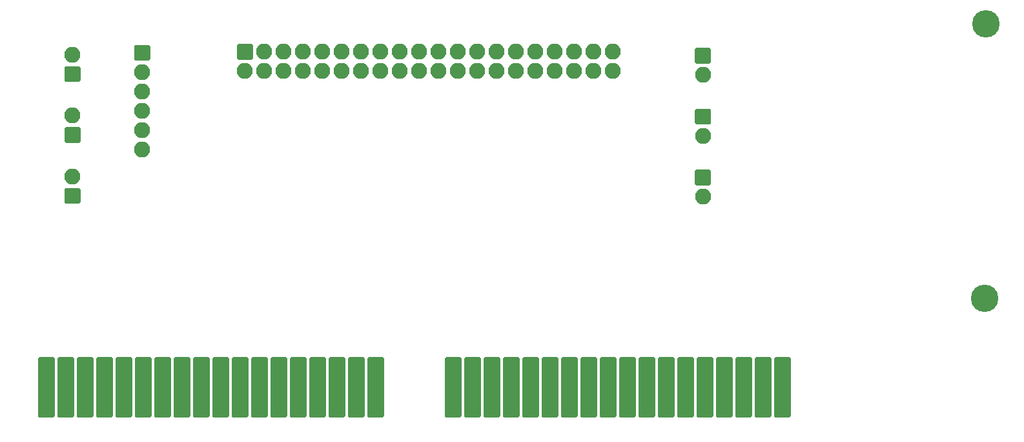
<source format=gbr>
G04 #@! TF.GenerationSoftware,KiCad,Pcbnew,5.1.9-73d0e3b20d~88~ubuntu20.10.1*
G04 #@! TF.CreationDate,2021-04-12T20:34:23+01:00*
G04 #@! TF.ProjectId,videoslotadapter,76696465-6f73-46c6-9f74-616461707465,rev?*
G04 #@! TF.SameCoordinates,Original*
G04 #@! TF.FileFunction,Soldermask,Bot*
G04 #@! TF.FilePolarity,Negative*
%FSLAX46Y46*%
G04 Gerber Fmt 4.6, Leading zero omitted, Abs format (unit mm)*
G04 Created by KiCad (PCBNEW 5.1.9-73d0e3b20d~88~ubuntu20.10.1) date 2021-04-12 20:34:23*
%MOMM*%
%LPD*%
G01*
G04 APERTURE LIST*
%ADD10O,2.100000X2.100000*%
%ADD11C,3.600000*%
G04 APERTURE END LIST*
D10*
X199136000Y-79248000D03*
G36*
G01*
X198086000Y-77558000D02*
X198086000Y-75858000D01*
G75*
G02*
X198286000Y-75658000I200000J0D01*
G01*
X199986000Y-75658000D01*
G75*
G02*
X200186000Y-75858000I0J-200000D01*
G01*
X200186000Y-77558000D01*
G75*
G02*
X199986000Y-77758000I-200000J0D01*
G01*
X198286000Y-77758000D01*
G75*
G02*
X198086000Y-77558000I0J200000D01*
G01*
G37*
X116459000Y-76581000D03*
G36*
G01*
X117509000Y-78271000D02*
X117509000Y-79971000D01*
G75*
G02*
X117309000Y-80171000I-200000J0D01*
G01*
X115609000Y-80171000D01*
G75*
G02*
X115409000Y-79971000I0J200000D01*
G01*
X115409000Y-78271000D01*
G75*
G02*
X115609000Y-78071000I200000J0D01*
G01*
X117309000Y-78071000D01*
G75*
G02*
X117509000Y-78271000I0J-200000D01*
G01*
G37*
X199136000Y-87249000D03*
G36*
G01*
X198086000Y-85559000D02*
X198086000Y-83859000D01*
G75*
G02*
X198286000Y-83659000I200000J0D01*
G01*
X199986000Y-83659000D01*
G75*
G02*
X200186000Y-83859000I0J-200000D01*
G01*
X200186000Y-85559000D01*
G75*
G02*
X199986000Y-85759000I-200000J0D01*
G01*
X198286000Y-85759000D01*
G75*
G02*
X198086000Y-85559000I0J200000D01*
G01*
G37*
X116459000Y-84582000D03*
G36*
G01*
X117509000Y-86272000D02*
X117509000Y-87972000D01*
G75*
G02*
X117309000Y-88172000I-200000J0D01*
G01*
X115609000Y-88172000D01*
G75*
G02*
X115409000Y-87972000I0J200000D01*
G01*
X115409000Y-86272000D01*
G75*
G02*
X115609000Y-86072000I200000J0D01*
G01*
X117309000Y-86072000D01*
G75*
G02*
X117509000Y-86272000I0J-200000D01*
G01*
G37*
X125603000Y-81026000D03*
X125603000Y-78486000D03*
X125603000Y-75946000D03*
X125603000Y-73406000D03*
X125603000Y-70866000D03*
G36*
G01*
X124553000Y-69176000D02*
X124553000Y-67476000D01*
G75*
G02*
X124753000Y-67276000I200000J0D01*
G01*
X126453000Y-67276000D01*
G75*
G02*
X126653000Y-67476000I0J-200000D01*
G01*
X126653000Y-69176000D01*
G75*
G02*
X126453000Y-69376000I-200000J0D01*
G01*
X124753000Y-69376000D01*
G75*
G02*
X124553000Y-69176000I0J200000D01*
G01*
G37*
X187325000Y-70739000D03*
X187325000Y-68199000D03*
X184785000Y-70739000D03*
X184785000Y-68199000D03*
X182245000Y-70739000D03*
X182245000Y-68199000D03*
X179705000Y-70739000D03*
X179705000Y-68199000D03*
X177165000Y-70739000D03*
X177165000Y-68199000D03*
X174625000Y-70739000D03*
X174625000Y-68199000D03*
X172085000Y-70739000D03*
X172085000Y-68199000D03*
X169545000Y-70739000D03*
X169545000Y-68199000D03*
X167005000Y-70739000D03*
X167005000Y-68199000D03*
X164465000Y-70739000D03*
X164465000Y-68199000D03*
X161925000Y-70739000D03*
X161925000Y-68199000D03*
X159385000Y-70739000D03*
X159385000Y-68199000D03*
X156845000Y-70739000D03*
X156845000Y-68199000D03*
X154305000Y-70739000D03*
X154305000Y-68199000D03*
X151765000Y-70739000D03*
X151765000Y-68199000D03*
X149225000Y-70739000D03*
X149225000Y-68199000D03*
X146685000Y-70739000D03*
X146685000Y-68199000D03*
X144145000Y-70739000D03*
X144145000Y-68199000D03*
X141605000Y-70739000D03*
X141605000Y-68199000D03*
X139065000Y-70739000D03*
G36*
G01*
X139915000Y-69249000D02*
X138215000Y-69249000D01*
G75*
G02*
X138015000Y-69049000I0J200000D01*
G01*
X138015000Y-67349000D01*
G75*
G02*
X138215000Y-67149000I200000J0D01*
G01*
X139915000Y-67149000D01*
G75*
G02*
X140115000Y-67349000I0J-200000D01*
G01*
X140115000Y-69049000D01*
G75*
G02*
X139915000Y-69249000I-200000J0D01*
G01*
G37*
D11*
X236093000Y-100584000D03*
X236220000Y-64516000D03*
G36*
G01*
X208464000Y-116082000D02*
X208464000Y-108462000D01*
G75*
G02*
X208664000Y-108262000I200000J0D01*
G01*
X210444000Y-108262000D01*
G75*
G02*
X210644000Y-108462000I0J-200000D01*
G01*
X210644000Y-116082000D01*
G75*
G02*
X210444000Y-116282000I-200000J0D01*
G01*
X208664000Y-116282000D01*
G75*
G02*
X208464000Y-116082000I0J200000D01*
G01*
G37*
G36*
G01*
X205924000Y-116082000D02*
X205924000Y-108462000D01*
G75*
G02*
X206124000Y-108262000I200000J0D01*
G01*
X207904000Y-108262000D01*
G75*
G02*
X208104000Y-108462000I0J-200000D01*
G01*
X208104000Y-116082000D01*
G75*
G02*
X207904000Y-116282000I-200000J0D01*
G01*
X206124000Y-116282000D01*
G75*
G02*
X205924000Y-116082000I0J200000D01*
G01*
G37*
G36*
G01*
X203384000Y-116082000D02*
X203384000Y-108462000D01*
G75*
G02*
X203584000Y-108262000I200000J0D01*
G01*
X205364000Y-108262000D01*
G75*
G02*
X205564000Y-108462000I0J-200000D01*
G01*
X205564000Y-116082000D01*
G75*
G02*
X205364000Y-116282000I-200000J0D01*
G01*
X203584000Y-116282000D01*
G75*
G02*
X203384000Y-116082000I0J200000D01*
G01*
G37*
G36*
G01*
X200844000Y-116082000D02*
X200844000Y-108462000D01*
G75*
G02*
X201044000Y-108262000I200000J0D01*
G01*
X202824000Y-108262000D01*
G75*
G02*
X203024000Y-108462000I0J-200000D01*
G01*
X203024000Y-116082000D01*
G75*
G02*
X202824000Y-116282000I-200000J0D01*
G01*
X201044000Y-116282000D01*
G75*
G02*
X200844000Y-116082000I0J200000D01*
G01*
G37*
G36*
G01*
X198304000Y-116082000D02*
X198304000Y-108462000D01*
G75*
G02*
X198504000Y-108262000I200000J0D01*
G01*
X200284000Y-108262000D01*
G75*
G02*
X200484000Y-108462000I0J-200000D01*
G01*
X200484000Y-116082000D01*
G75*
G02*
X200284000Y-116282000I-200000J0D01*
G01*
X198504000Y-116282000D01*
G75*
G02*
X198304000Y-116082000I0J200000D01*
G01*
G37*
G36*
G01*
X195764000Y-116082000D02*
X195764000Y-108462000D01*
G75*
G02*
X195964000Y-108262000I200000J0D01*
G01*
X197744000Y-108262000D01*
G75*
G02*
X197944000Y-108462000I0J-200000D01*
G01*
X197944000Y-116082000D01*
G75*
G02*
X197744000Y-116282000I-200000J0D01*
G01*
X195964000Y-116282000D01*
G75*
G02*
X195764000Y-116082000I0J200000D01*
G01*
G37*
G36*
G01*
X193224000Y-116082000D02*
X193224000Y-108462000D01*
G75*
G02*
X193424000Y-108262000I200000J0D01*
G01*
X195204000Y-108262000D01*
G75*
G02*
X195404000Y-108462000I0J-200000D01*
G01*
X195404000Y-116082000D01*
G75*
G02*
X195204000Y-116282000I-200000J0D01*
G01*
X193424000Y-116282000D01*
G75*
G02*
X193224000Y-116082000I0J200000D01*
G01*
G37*
G36*
G01*
X190684000Y-116082000D02*
X190684000Y-108462000D01*
G75*
G02*
X190884000Y-108262000I200000J0D01*
G01*
X192664000Y-108262000D01*
G75*
G02*
X192864000Y-108462000I0J-200000D01*
G01*
X192864000Y-116082000D01*
G75*
G02*
X192664000Y-116282000I-200000J0D01*
G01*
X190884000Y-116282000D01*
G75*
G02*
X190684000Y-116082000I0J200000D01*
G01*
G37*
G36*
G01*
X188144000Y-116082000D02*
X188144000Y-108462000D01*
G75*
G02*
X188344000Y-108262000I200000J0D01*
G01*
X190124000Y-108262000D01*
G75*
G02*
X190324000Y-108462000I0J-200000D01*
G01*
X190324000Y-116082000D01*
G75*
G02*
X190124000Y-116282000I-200000J0D01*
G01*
X188344000Y-116282000D01*
G75*
G02*
X188144000Y-116082000I0J200000D01*
G01*
G37*
G36*
G01*
X185604000Y-116082000D02*
X185604000Y-108462000D01*
G75*
G02*
X185804000Y-108262000I200000J0D01*
G01*
X187584000Y-108262000D01*
G75*
G02*
X187784000Y-108462000I0J-200000D01*
G01*
X187784000Y-116082000D01*
G75*
G02*
X187584000Y-116282000I-200000J0D01*
G01*
X185804000Y-116282000D01*
G75*
G02*
X185604000Y-116082000I0J200000D01*
G01*
G37*
G36*
G01*
X183064000Y-116082000D02*
X183064000Y-108462000D01*
G75*
G02*
X183264000Y-108262000I200000J0D01*
G01*
X185044000Y-108262000D01*
G75*
G02*
X185244000Y-108462000I0J-200000D01*
G01*
X185244000Y-116082000D01*
G75*
G02*
X185044000Y-116282000I-200000J0D01*
G01*
X183264000Y-116282000D01*
G75*
G02*
X183064000Y-116082000I0J200000D01*
G01*
G37*
G36*
G01*
X180524000Y-116082000D02*
X180524000Y-108462000D01*
G75*
G02*
X180724000Y-108262000I200000J0D01*
G01*
X182504000Y-108262000D01*
G75*
G02*
X182704000Y-108462000I0J-200000D01*
G01*
X182704000Y-116082000D01*
G75*
G02*
X182504000Y-116282000I-200000J0D01*
G01*
X180724000Y-116282000D01*
G75*
G02*
X180524000Y-116082000I0J200000D01*
G01*
G37*
G36*
G01*
X177984000Y-116082000D02*
X177984000Y-108462000D01*
G75*
G02*
X178184000Y-108262000I200000J0D01*
G01*
X179964000Y-108262000D01*
G75*
G02*
X180164000Y-108462000I0J-200000D01*
G01*
X180164000Y-116082000D01*
G75*
G02*
X179964000Y-116282000I-200000J0D01*
G01*
X178184000Y-116282000D01*
G75*
G02*
X177984000Y-116082000I0J200000D01*
G01*
G37*
G36*
G01*
X175444000Y-116082000D02*
X175444000Y-108462000D01*
G75*
G02*
X175644000Y-108262000I200000J0D01*
G01*
X177424000Y-108262000D01*
G75*
G02*
X177624000Y-108462000I0J-200000D01*
G01*
X177624000Y-116082000D01*
G75*
G02*
X177424000Y-116282000I-200000J0D01*
G01*
X175644000Y-116282000D01*
G75*
G02*
X175444000Y-116082000I0J200000D01*
G01*
G37*
G36*
G01*
X172904000Y-116082000D02*
X172904000Y-108462000D01*
G75*
G02*
X173104000Y-108262000I200000J0D01*
G01*
X174884000Y-108262000D01*
G75*
G02*
X175084000Y-108462000I0J-200000D01*
G01*
X175084000Y-116082000D01*
G75*
G02*
X174884000Y-116282000I-200000J0D01*
G01*
X173104000Y-116282000D01*
G75*
G02*
X172904000Y-116082000I0J200000D01*
G01*
G37*
G36*
G01*
X170364000Y-116082000D02*
X170364000Y-108462000D01*
G75*
G02*
X170564000Y-108262000I200000J0D01*
G01*
X172344000Y-108262000D01*
G75*
G02*
X172544000Y-108462000I0J-200000D01*
G01*
X172544000Y-116082000D01*
G75*
G02*
X172344000Y-116282000I-200000J0D01*
G01*
X170564000Y-116282000D01*
G75*
G02*
X170364000Y-116082000I0J200000D01*
G01*
G37*
G36*
G01*
X167824000Y-116082000D02*
X167824000Y-108462000D01*
G75*
G02*
X168024000Y-108262000I200000J0D01*
G01*
X169804000Y-108262000D01*
G75*
G02*
X170004000Y-108462000I0J-200000D01*
G01*
X170004000Y-116082000D01*
G75*
G02*
X169804000Y-116282000I-200000J0D01*
G01*
X168024000Y-116282000D01*
G75*
G02*
X167824000Y-116082000I0J200000D01*
G01*
G37*
G36*
G01*
X165284000Y-116082000D02*
X165284000Y-108462000D01*
G75*
G02*
X165484000Y-108262000I200000J0D01*
G01*
X167264000Y-108262000D01*
G75*
G02*
X167464000Y-108462000I0J-200000D01*
G01*
X167464000Y-116082000D01*
G75*
G02*
X167264000Y-116282000I-200000J0D01*
G01*
X165484000Y-116282000D01*
G75*
G02*
X165284000Y-116082000I0J200000D01*
G01*
G37*
G36*
G01*
X155124000Y-116082000D02*
X155124000Y-108462000D01*
G75*
G02*
X155324000Y-108262000I200000J0D01*
G01*
X157104000Y-108262000D01*
G75*
G02*
X157304000Y-108462000I0J-200000D01*
G01*
X157304000Y-116082000D01*
G75*
G02*
X157104000Y-116282000I-200000J0D01*
G01*
X155324000Y-116282000D01*
G75*
G02*
X155124000Y-116082000I0J200000D01*
G01*
G37*
G36*
G01*
X152584000Y-116082000D02*
X152584000Y-108462000D01*
G75*
G02*
X152784000Y-108262000I200000J0D01*
G01*
X154564000Y-108262000D01*
G75*
G02*
X154764000Y-108462000I0J-200000D01*
G01*
X154764000Y-116082000D01*
G75*
G02*
X154564000Y-116282000I-200000J0D01*
G01*
X152784000Y-116282000D01*
G75*
G02*
X152584000Y-116082000I0J200000D01*
G01*
G37*
G36*
G01*
X150044000Y-116082000D02*
X150044000Y-108462000D01*
G75*
G02*
X150244000Y-108262000I200000J0D01*
G01*
X152024000Y-108262000D01*
G75*
G02*
X152224000Y-108462000I0J-200000D01*
G01*
X152224000Y-116082000D01*
G75*
G02*
X152024000Y-116282000I-200000J0D01*
G01*
X150244000Y-116282000D01*
G75*
G02*
X150044000Y-116082000I0J200000D01*
G01*
G37*
G36*
G01*
X147504000Y-116082000D02*
X147504000Y-108462000D01*
G75*
G02*
X147704000Y-108262000I200000J0D01*
G01*
X149484000Y-108262000D01*
G75*
G02*
X149684000Y-108462000I0J-200000D01*
G01*
X149684000Y-116082000D01*
G75*
G02*
X149484000Y-116282000I-200000J0D01*
G01*
X147704000Y-116282000D01*
G75*
G02*
X147504000Y-116082000I0J200000D01*
G01*
G37*
G36*
G01*
X144964000Y-116082000D02*
X144964000Y-108462000D01*
G75*
G02*
X145164000Y-108262000I200000J0D01*
G01*
X146944000Y-108262000D01*
G75*
G02*
X147144000Y-108462000I0J-200000D01*
G01*
X147144000Y-116082000D01*
G75*
G02*
X146944000Y-116282000I-200000J0D01*
G01*
X145164000Y-116282000D01*
G75*
G02*
X144964000Y-116082000I0J200000D01*
G01*
G37*
G36*
G01*
X142424000Y-116082000D02*
X142424000Y-108462000D01*
G75*
G02*
X142624000Y-108262000I200000J0D01*
G01*
X144404000Y-108262000D01*
G75*
G02*
X144604000Y-108462000I0J-200000D01*
G01*
X144604000Y-116082000D01*
G75*
G02*
X144404000Y-116282000I-200000J0D01*
G01*
X142624000Y-116282000D01*
G75*
G02*
X142424000Y-116082000I0J200000D01*
G01*
G37*
G36*
G01*
X139884000Y-116082000D02*
X139884000Y-108462000D01*
G75*
G02*
X140084000Y-108262000I200000J0D01*
G01*
X141864000Y-108262000D01*
G75*
G02*
X142064000Y-108462000I0J-200000D01*
G01*
X142064000Y-116082000D01*
G75*
G02*
X141864000Y-116282000I-200000J0D01*
G01*
X140084000Y-116282000D01*
G75*
G02*
X139884000Y-116082000I0J200000D01*
G01*
G37*
G36*
G01*
X137344000Y-116082000D02*
X137344000Y-108462000D01*
G75*
G02*
X137544000Y-108262000I200000J0D01*
G01*
X139324000Y-108262000D01*
G75*
G02*
X139524000Y-108462000I0J-200000D01*
G01*
X139524000Y-116082000D01*
G75*
G02*
X139324000Y-116282000I-200000J0D01*
G01*
X137544000Y-116282000D01*
G75*
G02*
X137344000Y-116082000I0J200000D01*
G01*
G37*
G36*
G01*
X134804000Y-116082000D02*
X134804000Y-108462000D01*
G75*
G02*
X135004000Y-108262000I200000J0D01*
G01*
X136784000Y-108262000D01*
G75*
G02*
X136984000Y-108462000I0J-200000D01*
G01*
X136984000Y-116082000D01*
G75*
G02*
X136784000Y-116282000I-200000J0D01*
G01*
X135004000Y-116282000D01*
G75*
G02*
X134804000Y-116082000I0J200000D01*
G01*
G37*
G36*
G01*
X132264000Y-116082000D02*
X132264000Y-108462000D01*
G75*
G02*
X132464000Y-108262000I200000J0D01*
G01*
X134244000Y-108262000D01*
G75*
G02*
X134444000Y-108462000I0J-200000D01*
G01*
X134444000Y-116082000D01*
G75*
G02*
X134244000Y-116282000I-200000J0D01*
G01*
X132464000Y-116282000D01*
G75*
G02*
X132264000Y-116082000I0J200000D01*
G01*
G37*
G36*
G01*
X129724000Y-116082000D02*
X129724000Y-108462000D01*
G75*
G02*
X129924000Y-108262000I200000J0D01*
G01*
X131704000Y-108262000D01*
G75*
G02*
X131904000Y-108462000I0J-200000D01*
G01*
X131904000Y-116082000D01*
G75*
G02*
X131704000Y-116282000I-200000J0D01*
G01*
X129924000Y-116282000D01*
G75*
G02*
X129724000Y-116082000I0J200000D01*
G01*
G37*
G36*
G01*
X127184000Y-116082000D02*
X127184000Y-108462000D01*
G75*
G02*
X127384000Y-108262000I200000J0D01*
G01*
X129164000Y-108262000D01*
G75*
G02*
X129364000Y-108462000I0J-200000D01*
G01*
X129364000Y-116082000D01*
G75*
G02*
X129164000Y-116282000I-200000J0D01*
G01*
X127384000Y-116282000D01*
G75*
G02*
X127184000Y-116082000I0J200000D01*
G01*
G37*
G36*
G01*
X124644000Y-116082000D02*
X124644000Y-108462000D01*
G75*
G02*
X124844000Y-108262000I200000J0D01*
G01*
X126624000Y-108262000D01*
G75*
G02*
X126824000Y-108462000I0J-200000D01*
G01*
X126824000Y-116082000D01*
G75*
G02*
X126624000Y-116282000I-200000J0D01*
G01*
X124844000Y-116282000D01*
G75*
G02*
X124644000Y-116082000I0J200000D01*
G01*
G37*
G36*
G01*
X122104000Y-116082000D02*
X122104000Y-108462000D01*
G75*
G02*
X122304000Y-108262000I200000J0D01*
G01*
X124084000Y-108262000D01*
G75*
G02*
X124284000Y-108462000I0J-200000D01*
G01*
X124284000Y-116082000D01*
G75*
G02*
X124084000Y-116282000I-200000J0D01*
G01*
X122304000Y-116282000D01*
G75*
G02*
X122104000Y-116082000I0J200000D01*
G01*
G37*
G36*
G01*
X119564000Y-116082000D02*
X119564000Y-108462000D01*
G75*
G02*
X119764000Y-108262000I200000J0D01*
G01*
X121544000Y-108262000D01*
G75*
G02*
X121744000Y-108462000I0J-200000D01*
G01*
X121744000Y-116082000D01*
G75*
G02*
X121544000Y-116282000I-200000J0D01*
G01*
X119764000Y-116282000D01*
G75*
G02*
X119564000Y-116082000I0J200000D01*
G01*
G37*
G36*
G01*
X117024000Y-116082000D02*
X117024000Y-108462000D01*
G75*
G02*
X117224000Y-108262000I200000J0D01*
G01*
X119004000Y-108262000D01*
G75*
G02*
X119204000Y-108462000I0J-200000D01*
G01*
X119204000Y-116082000D01*
G75*
G02*
X119004000Y-116282000I-200000J0D01*
G01*
X117224000Y-116282000D01*
G75*
G02*
X117024000Y-116082000I0J200000D01*
G01*
G37*
G36*
G01*
X114484000Y-116082000D02*
X114484000Y-108462000D01*
G75*
G02*
X114684000Y-108262000I200000J0D01*
G01*
X116464000Y-108262000D01*
G75*
G02*
X116664000Y-108462000I0J-200000D01*
G01*
X116664000Y-116082000D01*
G75*
G02*
X116464000Y-116282000I-200000J0D01*
G01*
X114684000Y-116282000D01*
G75*
G02*
X114484000Y-116082000I0J200000D01*
G01*
G37*
G36*
G01*
X111944000Y-116082000D02*
X111944000Y-108462000D01*
G75*
G02*
X112144000Y-108262000I200000J0D01*
G01*
X113924000Y-108262000D01*
G75*
G02*
X114124000Y-108462000I0J-200000D01*
G01*
X114124000Y-116082000D01*
G75*
G02*
X113924000Y-116282000I-200000J0D01*
G01*
X112144000Y-116282000D01*
G75*
G02*
X111944000Y-116082000I0J200000D01*
G01*
G37*
D10*
X199136000Y-71247000D03*
G36*
G01*
X198086000Y-69557000D02*
X198086000Y-67857000D01*
G75*
G02*
X198286000Y-67657000I200000J0D01*
G01*
X199986000Y-67657000D01*
G75*
G02*
X200186000Y-67857000I0J-200000D01*
G01*
X200186000Y-69557000D01*
G75*
G02*
X199986000Y-69757000I-200000J0D01*
G01*
X198286000Y-69757000D01*
G75*
G02*
X198086000Y-69557000I0J200000D01*
G01*
G37*
G36*
G01*
X117509000Y-70270000D02*
X117509000Y-71970000D01*
G75*
G02*
X117309000Y-72170000I-200000J0D01*
G01*
X115609000Y-72170000D01*
G75*
G02*
X115409000Y-71970000I0J200000D01*
G01*
X115409000Y-70270000D01*
G75*
G02*
X115609000Y-70070000I200000J0D01*
G01*
X117309000Y-70070000D01*
G75*
G02*
X117509000Y-70270000I0J-200000D01*
G01*
G37*
X116459000Y-68580000D03*
M02*

</source>
